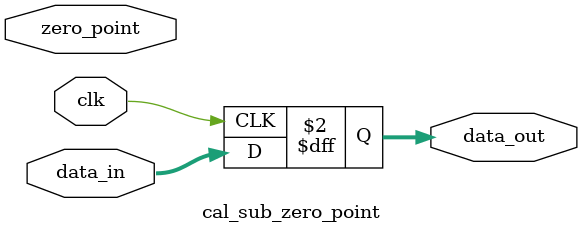
<source format=v>
module cal_sub_zero_point
(
	input clk,
	input signed [7:0] zero_point,
	input signed [7:0] data_in,
	output reg signed [7:0] data_out
);
	always@(posedge clk) begin
		data_out <= data_in;
	end
endmodule
</source>
